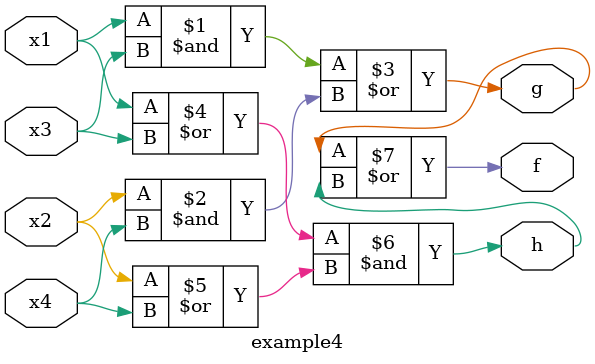
<source format=sv>
module example4(x1, x2, x3, x4, f, g, h);
input x1, x2, x3, x4;
output f, g, h;
assign g = (x1 & x3) | (x2 & x4);
assign h = (x1 | x3) & (x2 | x4);
assign f = g | h;
endmodule
</source>
